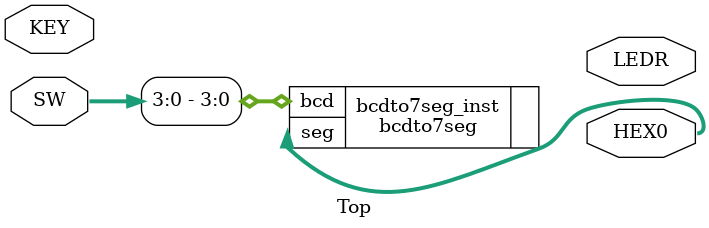
<source format=v>

`default_nettype none

module Top (KEY, SW, LEDR, HEX0);
    input  wire [ 3: 0] KEY;        // DE-series pushbuttons
    input  wire [ 9: 0] SW;         // DE-series switches
    output wire [ 9: 0] LEDR;       // DE-series LEDs
    output wire [ 6: 0] HEX0;       // DE-series HEX displays

    bcdto7seg bcdto7seg_inst (
        .bcd (SW[3:0]),
        .seg (HEX0[6:0])
    );

endmodule


</source>
